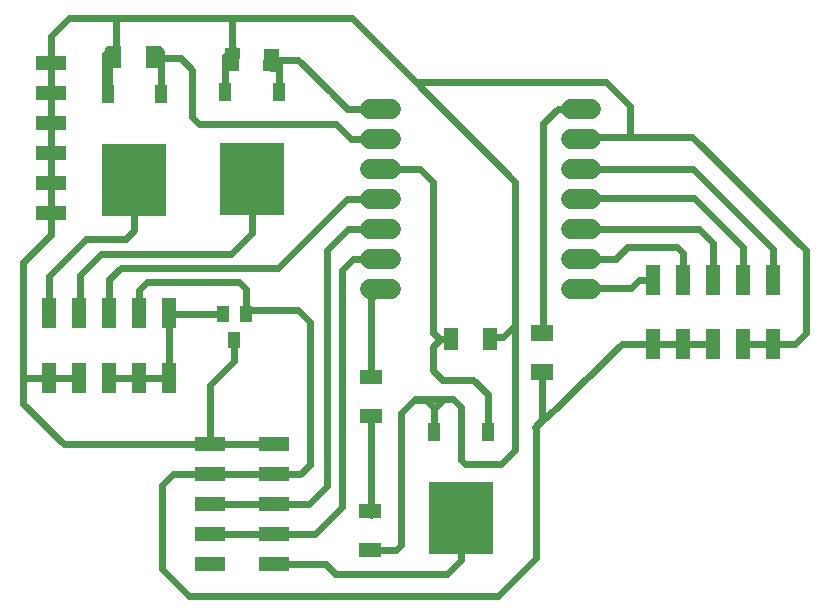
<source format=gbr>
G04 EAGLE Gerber RS-274X export*
G75*
%MOMM*%
%FSLAX34Y34*%
%LPD*%
%INTop Copper*%
%IPPOS*%
%AMOC8*
5,1,8,0,0,1.08239X$1,22.5*%
G01*
G04 Define Apertures*
%ADD10R,1.905000X1.270000*%
%ADD11R,5.400000X6.200000*%
%ADD12R,1.000000X1.600000*%
%ADD13R,1.270000X1.905000*%
%ADD14R,1.270000X2.540000*%
%ADD15C,1.700000*%
%ADD16R,2.540000X1.270000*%
%ADD17R,1.000000X1.400000*%
%ADD18R,1.900000X1.400000*%
%ADD19C,0.609600*%
D10*
X782827Y306842D03*
X782827Y273822D03*
D11*
X682807Y588481D03*
D12*
X705607Y661481D03*
X660007Y661481D03*
D13*
G36*
X672190Y679645D02*
X659493Y679867D01*
X659826Y698913D01*
X672523Y698691D01*
X672190Y679645D01*
G37*
G36*
X705204Y679069D02*
X692507Y679291D01*
X692840Y698337D01*
X705537Y698115D01*
X705204Y679069D01*
G37*
D10*
X783418Y420873D03*
X783418Y387853D03*
D14*
X1022548Y448067D03*
X1047948Y448067D03*
X1073348Y448067D03*
X1022548Y502667D03*
X1047948Y502667D03*
X1073348Y502667D03*
X1098748Y448067D03*
X1124148Y448067D03*
X1098748Y502667D03*
X1124148Y502667D03*
D15*
X800100Y647700D02*
X783100Y647700D01*
X783100Y622300D02*
X800100Y622300D01*
X800100Y596900D02*
X783100Y596900D01*
X783100Y571500D02*
X800100Y571500D01*
X800100Y546100D02*
X783100Y546100D01*
X783100Y520700D02*
X800100Y520700D01*
X800100Y495300D02*
X783100Y495300D01*
X952500Y495300D02*
X969500Y495300D01*
X969500Y520700D02*
X952500Y520700D01*
X952500Y546100D02*
X969500Y546100D01*
X969500Y571500D02*
X952500Y571500D01*
X952500Y596900D02*
X969500Y596900D01*
X969500Y622300D02*
X952500Y622300D01*
X952500Y647700D02*
X969500Y647700D01*
D11*
X583319Y587236D03*
D12*
X606119Y660236D03*
X560519Y660236D03*
D13*
X566176Y691633D03*
X599196Y691633D03*
D11*
X860037Y300892D03*
D12*
X882837Y373892D03*
X837237Y373892D03*
D13*
X884357Y452950D03*
X851337Y452950D03*
D16*
X512284Y686615D03*
X512284Y661215D03*
X512284Y635815D03*
X512284Y610415D03*
X512284Y585015D03*
X512284Y559615D03*
D17*
X667954Y451672D03*
X658454Y473672D03*
X677454Y473672D03*
D14*
X511157Y419795D03*
X536557Y419795D03*
X561957Y419795D03*
X511157Y474395D03*
X536557Y474395D03*
X561957Y474395D03*
X587357Y419795D03*
X612757Y419795D03*
X587357Y474395D03*
X612757Y474395D03*
D16*
X646913Y363520D03*
X646913Y338120D03*
X646913Y312720D03*
X701513Y363520D03*
X701513Y338120D03*
X701513Y312720D03*
X646913Y287320D03*
X646913Y261920D03*
X701513Y287320D03*
X701513Y261920D03*
D18*
X928757Y424625D03*
X928757Y457625D03*
D19*
X783995Y387276D02*
X783418Y387853D01*
X783995Y387276D02*
X783995Y303637D01*
X821324Y670157D02*
X767096Y724385D01*
X666375Y724385D01*
X952015Y623923D02*
X1002675Y623923D01*
X1055628Y623923D01*
X952500Y623438D02*
X952500Y622300D01*
X952500Y623438D02*
X952015Y623923D01*
X567642Y693398D02*
X567642Y724385D01*
X567642Y693398D02*
X561843Y687599D01*
X660044Y692517D02*
X666425Y698898D01*
X660044Y692517D02*
X660044Y661481D01*
X660007Y661481D01*
X561843Y660237D02*
X561843Y687599D01*
X561843Y660237D02*
X560519Y660236D01*
X567642Y724385D02*
X666375Y724385D01*
X905455Y464539D02*
X905455Y419361D01*
X895634Y454718D02*
X886125Y454718D01*
X884357Y452950D01*
X905455Y419361D02*
X905860Y418956D01*
X1002675Y623923D02*
X1002675Y650250D01*
X982767Y670157D01*
X821324Y670157D01*
X646913Y363520D02*
X646882Y363489D01*
X523420Y363489D01*
X511157Y419795D02*
X489250Y419795D01*
X512284Y559615D02*
X512284Y585015D01*
X512284Y610415D01*
X512284Y635815D01*
X512284Y661215D01*
X512284Y686615D01*
X1055628Y623923D02*
X1151519Y528033D01*
X1151519Y457382D01*
X1142203Y448067D01*
X1124148Y448067D01*
X1098748Y448067D01*
X523420Y363489D02*
X489227Y397682D01*
X489227Y419795D02*
X511157Y419795D01*
X489227Y419795D02*
X489227Y397682D01*
X895634Y454718D02*
X905455Y464539D01*
X905860Y418956D02*
X905860Y358668D01*
X646913Y363520D02*
X646913Y413373D01*
X667954Y434414D02*
X667954Y451672D01*
X667954Y434414D02*
X646913Y413373D01*
X646913Y363520D02*
X701513Y363520D01*
X512284Y540782D02*
X512284Y559615D01*
X512284Y540782D02*
X489250Y517748D01*
X489250Y419795D01*
X511157Y419795D02*
X536557Y419795D01*
X560519Y660236D02*
X560519Y697754D01*
X560995Y698230D01*
X564144Y693665D02*
X566176Y691633D01*
X564144Y693665D02*
X558218Y693665D01*
X558218Y663862D01*
X561843Y660237D01*
X666008Y689279D02*
X666006Y722530D01*
X666375Y724385D01*
X567642Y724385D02*
X527669Y724385D01*
X512284Y709000D01*
X512284Y686615D01*
X809153Y390318D02*
X809153Y278086D01*
X893724Y346533D02*
X905860Y358668D01*
X893724Y346533D02*
X863536Y346533D01*
X860145Y349924D01*
X804703Y273822D02*
X782827Y273822D01*
X804703Y273822D02*
X804796Y273729D01*
X809153Y278086D01*
X809153Y390318D02*
X819936Y401101D01*
X830237Y401101D01*
X837284Y394054D01*
X837284Y373940D01*
X837237Y373892D01*
X860145Y394965D02*
X860145Y349924D01*
X860145Y394965D02*
X853217Y401893D01*
X843337Y401893D01*
X820729Y401893D01*
X819936Y401101D01*
X837284Y394054D02*
X843337Y400108D01*
X843337Y401893D01*
X905455Y586027D02*
X821324Y670157D01*
X905455Y586027D02*
X905455Y464539D01*
X941651Y647700D02*
X952500Y647700D01*
X941651Y647700D02*
X929479Y635528D01*
X929479Y458347D01*
X721850Y477103D02*
X677454Y477103D01*
X721850Y477103D02*
X732008Y466945D01*
X732008Y360972D01*
X731623Y360586D01*
X677454Y477103D02*
X677454Y495279D01*
X671422Y501311D01*
X594311Y501311D01*
X923248Y379411D02*
X923248Y267307D01*
X937293Y392140D02*
X996034Y448067D01*
X937293Y392140D02*
X923248Y379411D01*
X923218Y379383D02*
X922381Y378624D01*
X923218Y379383D02*
X923248Y379411D01*
X996034Y448067D02*
X1022548Y448067D01*
X1047948Y448067D01*
X677454Y473672D02*
X677454Y477103D01*
X1047948Y448067D02*
X1073348Y448067D01*
X594311Y501311D02*
X587357Y494357D01*
X891253Y235312D02*
X923248Y267307D01*
X615909Y338120D02*
X606693Y328903D01*
X615909Y338120D02*
X627378Y338120D01*
X646913Y338120D01*
X587357Y474395D02*
X587357Y494357D01*
X701513Y338120D02*
X723746Y338120D01*
X731623Y345997D01*
X731623Y360586D01*
X629267Y235312D02*
X891253Y235312D01*
X629267Y235312D02*
X606693Y257886D01*
X606693Y328903D01*
X646913Y338120D02*
X701513Y338120D01*
X928757Y457625D02*
X929479Y458347D01*
X928757Y424625D02*
X928757Y384922D01*
X923218Y379383D01*
X800100Y495300D02*
X791672Y495300D01*
X783184Y486812D01*
X783184Y421107D01*
X783418Y420873D01*
X800100Y546100D02*
X763768Y546100D01*
X746072Y528404D01*
X701513Y312720D02*
X646913Y312720D01*
X702146Y313353D02*
X731341Y313353D01*
X702146Y313353D02*
X701513Y312720D01*
X746072Y328084D02*
X746072Y528404D01*
X746072Y328084D02*
X731341Y313353D01*
X768370Y520700D02*
X800100Y520700D01*
X701513Y287320D02*
X646913Y287320D01*
X701513Y287320D02*
X736046Y287320D01*
X758994Y310268D01*
X758994Y511323D02*
X768370Y520700D01*
X758994Y511323D02*
X758994Y310268D01*
X1010077Y502667D02*
X1022548Y502667D01*
X1010077Y502667D02*
X1003375Y495964D01*
X953164Y495964D01*
X952500Y495300D01*
X1047948Y502667D02*
X1047948Y525182D01*
X952708Y520908D02*
X952500Y520700D01*
X991204Y520700D01*
X1000712Y530208D01*
X1042921Y530208D01*
X1047948Y525182D01*
X952601Y546201D02*
X952500Y546100D01*
X952601Y546201D02*
X1060991Y546201D01*
X1073348Y533843D01*
X1073348Y502667D01*
X953401Y572401D02*
X952500Y571500D01*
X1098748Y530898D02*
X1098748Y502667D01*
X1098748Y530898D02*
X1057245Y572401D01*
X953401Y572401D01*
X1124148Y528934D02*
X1124148Y502667D01*
X1124148Y528934D02*
X1056182Y596900D01*
X952500Y596900D01*
X682807Y588481D02*
X682807Y542357D01*
X665121Y524670D01*
X554814Y524670D01*
X537190Y507046D01*
X537190Y475028D01*
X536557Y474395D01*
X561957Y419795D02*
X587357Y419795D01*
X612757Y419795D01*
X612757Y474395D01*
X613480Y473672D01*
X658454Y473672D01*
X766918Y622300D02*
X800100Y622300D01*
X766918Y622300D02*
X754119Y635099D01*
X637701Y635099D01*
X606119Y660236D02*
X606119Y684710D01*
X599196Y691633D01*
X632406Y640395D02*
X637701Y635099D01*
X632406Y640395D02*
X632406Y680669D01*
X606119Y684710D02*
X606119Y690366D01*
X606119Y695916D01*
X604118Y697917D01*
X606119Y690366D02*
X622708Y690366D01*
X632406Y680669D01*
X800100Y596900D02*
X824826Y596900D01*
X882837Y405767D02*
X882837Y373892D01*
X882837Y405767D02*
X870262Y418342D01*
X835757Y458187D02*
X835757Y585969D01*
X824826Y596900D01*
X841645Y452299D02*
X850686Y452299D01*
X841645Y452299D02*
X835656Y446310D01*
X835656Y426217D01*
X843738Y418135D01*
X870054Y418135D01*
X870262Y418342D01*
X850686Y452299D02*
X851337Y452950D01*
X841645Y452299D02*
X835758Y458187D01*
X835757Y458187D01*
X800100Y647700D02*
X763273Y647700D01*
X749508Y661465D01*
X749524Y661481D01*
X705607Y682235D02*
X699022Y688703D01*
X705607Y682235D02*
X705607Y661481D01*
X705607Y682235D02*
X705607Y689195D01*
X721778Y689195D02*
X749508Y661465D01*
X721778Y689195D02*
X705607Y689195D01*
X699401Y689195D02*
X699022Y688703D01*
X699401Y689195D02*
X705607Y689195D01*
X583319Y587236D02*
X583319Y544673D01*
X576320Y537674D01*
X542418Y537674D01*
X510963Y506219D01*
X511157Y506026D02*
X511157Y474395D01*
X511157Y506026D02*
X510963Y506219D01*
X860037Y300892D02*
X860037Y265231D01*
X848335Y253529D01*
X753447Y253529D01*
X745056Y261920D01*
X701513Y261920D01*
X763515Y571500D02*
X800100Y571500D01*
X763515Y571500D02*
X704955Y512940D01*
X571791Y512940D01*
X561957Y503106D02*
X561957Y474395D01*
X561957Y503106D02*
X571791Y512940D01*
M02*

</source>
